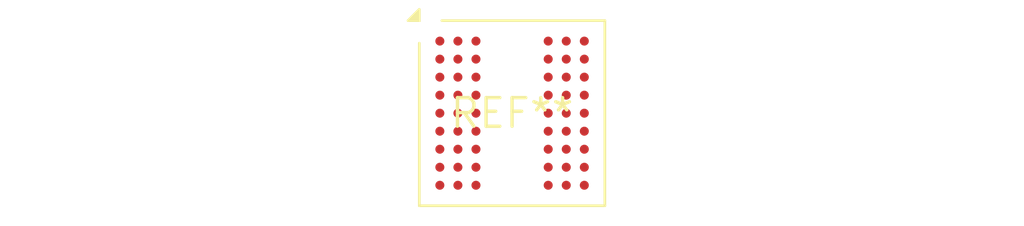
<source format=kicad_pcb>
(kicad_pcb (version 20240108) (generator pcbnew)
  (layers (0 "F.Cu" signal) (31 "B.Cu" signal) (34 "B.Paste" user) (35 "F.Paste" user) (36 "B.SilkS" user "B.Silkscreen") (37 "F.SilkS" user "F.Silkscreen") (38 "B.Mask" user) (39 "F.Mask" user) (44 "Edge.Cuts" user))
  (net 0 "")
  (footprint "Alliance_TFBGA-54_8x8mm_Layout9x9_P0.8mm" (layer "F.Cu") (at 0 0)
    (property "Reference" "REF**")
    (property "Value" "Alliance_TFBGA-54_8x8mm_Layout9x9_P0.8mm")
    (fp_line (start -4.11 4.11) (end -4.11 -3.11) (layer "F.SilkS") (stroke (width 0.12)))
    (fp_line (start -3.11 -4.11) (end 4.11 -4.11) (layer "F.SilkS") (stroke (width 0.12)))
    (fp_line (start 4.11 -4.11) (end 4.11 4.11) (layer "F.SilkS") (stroke (width 0.12)))
    (fp_line (start 4.11 4.11) (end -4.11 4.11) (layer "F.SilkS") (stroke (width 0.12)))
    (fp_poly (pts (xy -4.11 -4.11) (xy -4.61 -4.11) (xy -4.11 -4.61) (xy -4.11 -4.11)) (layer "F.SilkS") (stroke (width 0.12)) (fill solid))
    (pad "A1" smd circle (at -3.2 -3.2) (size 0.4 0.4) (property pad_prop_bga) (layers "F.Cu" "F.Paste" "F.Mask"))
    (pad "A2" smd circle (at -2.4 -3.2) (size 0.4 0.4) (property pad_prop_bga) (layers "F.Cu" "F.Paste" "F.Mask"))
    (pad "A3" smd circle (at -1.6 -3.2) (size 0.4 0.4) (property pad_prop_bga) (layers "F.Cu" "F.Paste" "F.Mask"))
    (pad "A7" smd circle (at 1.6 -3.2) (size 0.4 0.4) (property pad_prop_bga) (layers "F.Cu" "F.Paste" "F.Mask"))
    (pad "A8" smd circle (at 2.4 -3.2) (size 0.4 0.4) (property pad_prop_bga) (layers "F.Cu" "F.Paste" "F.Mask"))
    (pad "A9" smd circle (at 3.2 -3.2) (size 0.4 0.4) (property pad_prop_bga) (layers "F.Cu" "F.Paste" "F.Mask"))
    (pad "B1" smd circle (at -3.2 -2.4) (size 0.4 0.4) (property pad_prop_bga) (layers "F.Cu" "F.Paste" "F.Mask"))
    (pad "B2" smd circle (at -2.4 -2.4) (size 0.4 0.4) (property pad_prop_bga) (layers "F.Cu" "F.Paste" "F.Mask"))
    (pad "B3" smd circle (at -1.6 -2.4) (size 0.4 0.4) (property pad_prop_bga) (layers "F.Cu" "F.Paste" "F.Mask"))
    (pad "B7" smd circle (at 1.6 -2.4) (size 0.4 0.4) (property pad_prop_bga) (layers "F.Cu" "F.Paste" "F.Mask"))
    (pad "B8" smd circle (at 2.4 -2.4) (size 0.4 0.4) (property pad_prop_bga) (layers "F.Cu" "F.Paste" "F.Mask"))
    (pad "B9" smd circle (at 3.2 -2.4) (size 0.4 0.4) (property pad_prop_bga) (layers "F.Cu" "F.Paste" "F.Mask"))
    (pad "C1" smd circle (at -3.2 -1.6) (size 0.4 0.4) (property pad_prop_bga) (layers "F.Cu" "F.Paste" "F.Mask"))
    (pad "C2" smd circle (at -2.4 -1.6) (size 0.4 0.4) (property pad_prop_bga) (layers "F.Cu" "F.Paste" "F.Mask"))
    (pad "C3" smd circle (at -1.6 -1.6) (size 0.4 0.4) (property pad_prop_bga) (layers "F.Cu" "F.Paste" "F.Mask"))
    (pad "C7" smd circle (at 1.6 -1.6) (size 0.4 0.4) (property pad_prop_bga) (layers "F.Cu" "F.Paste" "F.Mask"))
    (pad "C8" smd circle (at 2.4 -1.6) (size 0.4 0.4) (property pad_prop_bga) (layers "F.Cu" "F.Paste" "F.Mask"))
    (pad "C9" smd circle (at 3.2 -1.6) (size 0.4 0.4) (property pad_prop_bga) (layers "F.Cu" "F.Paste" "F.Mask"))
    (pad "D1" smd circle (at -3.2 -0.8) (size 0.4 0.4) (property pad_prop_bga) (layers "F.Cu" "F.Paste" "F.Mask"))
    (pad "D2" smd circle (at -2.4 -0.8) (size 0.4 0.4) (property pad_prop_bga) (layers "F.Cu" "F.Paste" "F.Mask"))
    (pad "D3" smd circle (at -1.6 -0.8) (size 0.4 0.4) (property pad_prop_bga) (layers "F.Cu" "F.Paste" "F.Mask"))
    (pad "D7" smd circle (at 1.6 -0.8) (size 0.4 0.4) (property pad_prop_bga) (layers "F.Cu" "F.Paste" "F.Mask"))
    (pad "D8" smd circle (at 2.4 -0.8) (size 0.4 0.4) (property pad_prop_bga) (layers "F.Cu" "F.Paste" "F.Mask"))
    (pad "D9" smd circle (at 3.2 -0.8) (size 0.4 0.4) (property pad_prop_bga) (layers "F.Cu" "F.Paste" "F.Mask"))
    (pad "E1" smd circle (at -3.2 0) (size 0.4 0.4) (property pad_prop_bga) (layers "F.Cu" "F.Paste" "F.Mask"))
    (pad "E2" smd circle (at -2.4 0) (size 0.4 0.4) (property pad_prop_bga) (layers "F.Cu" "F.Paste" "F.Mask"))
    (pad "E3" smd circle (at -1.6 0) (size 0.4 0.4) (property pad_prop_bga) (layers "F.Cu" "F.Paste" "F.Mask"))
    (pad "E7" smd circle (at 1.6 0) (size 0.4 0.4) (property pad_prop_bga) (layers "F.Cu" "F.Paste" "F.Mask"))
    (pad "E8" smd circle (at 2.4 0) (size 0.4 0.4) (property pad_prop_bga) (layers "F.Cu" "F.Paste" "F.Mask"))
    (pad "E9" smd circle (at 3.2 0) (size 0.4 0.4) (property pad_prop_bga) (layers "F.Cu" "F.Paste" "F.Mask"))
    (pad "F1" smd circle (at -3.2 0.8) (size 0.4 0.4) (property pad_prop_bga) (layers "F.Cu" "F.Paste" "F.Mask"))
    (pad "F2" smd circle (at -2.4 0.8) (size 0.4 0.4) (property pad_prop_bga) (layers "F.Cu" "F.Paste" "F.Mask"))
    (pad "F3" smd circle (at -1.6 0.8) (size 0.4 0.4) (property pad_prop_bga) (layers "F.Cu" "F.Paste" "F.Mask"))
    (pad "F7" smd circle (at 1.6 0.8) (size 0.4 0.4) (property pad_prop_bga) (layers "F.Cu" "F.Paste" "F.Mask"))
    (pad "F8" smd circle (at 2.4 0.8) (size 0.4 0.4) (property pad_prop_bga) (layers "F.Cu" "F.Paste" "F.Mask"))
    (pad "F9" smd circle (at 3.2 0.8) (size 0.4 0.4) (property pad_prop_bga) (layers "F.Cu" "F.Paste" "F.Mask"))
    (pad "G1" smd circle (at -3.2 1.6) (size 0.4 0.4) (property pad_prop_bga) (layers "F.Cu" "F.Paste" "F.Mask"))
    (pad "G2" smd circle (at -2.4 1.6) (size 0.4 0.4) (property pad_prop_bga) (layers "F.Cu" "F.Paste" "F.Mask"))
    (pad "G3" smd circle (at -1.6 1.6) (size 0.4 0.4) (property pad_prop_bga) (layers "F.Cu" "F.Paste" "F.Mask"))
    (pad "G7" smd circle (at 1.6 1.6) (size 0.4 0.4) (property pad_prop_bga) (layers "F.Cu" "F.Paste" "F.Mask"))
    (pad "G8" smd circle (at 2.4 1.6) (size 0.4 0.4) (property pad_prop_bga) (layers "F.Cu" "F.Paste" "F.Mask"))
    (pad "G9" smd circle (at 3.2 1.6) (size 0.4 0.4) (property pad_prop_bga) (layers "F.Cu" "F.Paste" "F.Mask"))
    (pad "H1" smd circle (at -3.2 2.4) (size 0.4 0.4) (property pad_prop_bga) (layers "F.Cu" "F.Paste" "F.Mask"))
    (pad "H2" smd circle (at -2.4 2.4) (size 0.4 0.4) (property pad_prop_bga) (layers "F.Cu" "F.Paste" "F.Mask"))
    (pad "H3" smd circle (at -1.6 2.4) (size 0.4 0.4) (property pad_prop_bga) (layers "F.Cu" "F.Paste" "F.Mask"))
    (pad "H7" smd circle (at 1.6 2.4) (size 0.4 0.4) (property pad_prop_bga) (layers "F.Cu" "F.Paste" "F.Mask"))
    (pad "H8" smd circle (at 2.4 2.4) (size 0.4 0.4) (property pad_prop_bga) (layers "F.Cu" "F.Paste" "F.Mask"))
    (pad "H9" smd circle (at 3.2 2.4) (size 0.4 0.4) (property pad_prop_bga) (layers "F.Cu" "F.Paste" "F.Mask"))
    (pad "J1" smd circle (at -3.2 3.2) (size 0.4 0.4) (property pad_prop_bga) (layers "F.Cu" "F.Paste" "F.Mask"))
    (pad "J2" smd circle (at -2.4 3.2) (size 0.4 0.4) (property pad_prop_bga) (layers "F.Cu" "F.Paste" "F.Mask"))
    (pad "J3" smd circle (at -1.6 3.2) (size 0.4 0.4) (property pad_prop_bga) (layers "F.Cu" "F.Paste" "F.Mask"))
    (pad "J7" smd circle (at 1.6 3.2) (size 0.4 0.4) (property pad_prop_bga) (layers "F.Cu" "F.Paste" "F.Mask"))
    (pad "J8" smd circle (at 2.4 3.2) (size 0.4 0.4) (property pad_prop_bga) (layers "F.Cu" "F.Paste" "F.Mask"))
    (pad "J9" smd circle (at 3.2 3.2) (size 0.4 0.4) (property pad_prop_bga) (layers "F.Cu" "F.Paste" "F.Mask"))
  )
)
</source>
